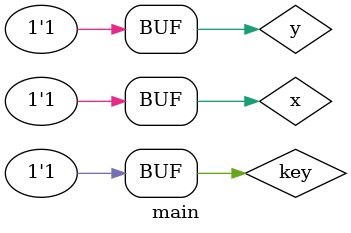
<source format=v>
 
 
 
module mux (output s, input key, input a, input b); 
 
// definir dados locais 
   wire sa;
   wire sb;
   wire notKey;

   not NOT1 ( notKey, key );
   and AND1 ( sa, a, notKey );
   and AND2 ( sb, b, key );

   or OR1 (s, sa, sb);
endmodule //mux

// ------------------------- 
//  Unidade Logica com AND e OR,
//  Selecionavel (paralelas, 1 resposta)
//  1-bit
// ------------------------- 
module lu (output sa, output sb, input key, input a, input b); 
    
    wire s0, s1, s2, s3;

    // descrever por portas 
    and AND1   ( s0, a, b );
    nand NAND1 ( s1, a, b );
    or  OR1    ( s2, a, b );
    nor NOR1   ( s3, a, b );

    mux MUX1 (sa, key, s0, s1);
    mux MUX2 (sb, key, s2, s3);

endmodule // mux 
 
 
module main; 
// ------------------------- definir dados 
       reg  x; 
       reg  y;
       reg key;
       wire s0;
       wire s1;
 
       lu LU1 (s0, s1, key, x, y); 
 
// ------------------------- parte principal 
 
   initial 
   begin : main 
        $display("Exemplo_0703 - Luiz Junio Veloso Dos Santos"); 
        $display("Test LU's module"); 
        $display("  key   x    y    s0    s1"); 
        // projetar testes do modulo 
        $monitor("%4b %4b %4b %4b %4b", key, x, y, s0, s1); 
        key = 1'b0;  x = 1'b0; y = 1'b0; 
    #1  key = 1'b0;  x = 1'b0; y = 1'b1;
    #1  key = 1'b0;  x = 1'b1; y = 1'b0;
    #1  key = 1'b0;  x = 1'b1; y = 1'b1;
    #1  key = 1'b1;  x = 1'b0; y = 1'b0;
    #1  key = 1'b1;  x = 1'b0; y = 1'b1;
    #1  key = 1'b1;  x = 1'b1; y = 1'b0;
    #1  key = 1'b1;  x = 1'b1; y = 1'b1;
   end 
 
endmodule // test_f6 
 


</source>
